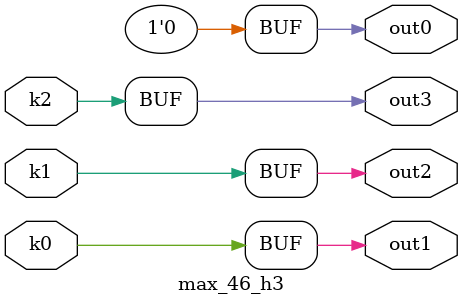
<source format=v>
module max_46(pi0, pi1, pi2, pi3, pi4, pi5, pi6, pi7, pi8, po0, po1, po2, po3);
input pi0, pi1, pi2, pi3, pi4, pi5, pi6, pi7, pi8;
output po0, po1, po2, po3;
wire k0, k1, k2;
max_46_w3 DUT1 (pi0, pi1, pi2, pi3, pi4, pi5, pi6, pi7, pi8, k0, k1, k2);
max_46_h3 DUT2 (k0, k1, k2, po0, po1, po2, po3);
endmodule

module max_46_w3(in8, in7, in6, in5, in4, in3, in2, in1, in0, k2, k1, k0);
input in8, in7, in6, in5, in4, in3, in2, in1, in0;
output k2, k1, k0;
assign k0 =   in0 ? ~in8 : ~in5;
assign k1 =   in0 ? ~in7 : ~in4;
assign k2 =   (((~in8 | (in5 & (in1 | in2))) & (in5 | in1 | in2)) | (~in6 & in3) | (~in7 & in4)) & (~in7 | in4 | (~in6 & in3)) & (~in6 | in3);
endmodule

module max_46_h3(k2, k1, k0, out3, out2, out1, out0);
input k2, k1, k0;
output out3, out2, out1, out0;
assign out0 = 0;
assign out1 = k0;
assign out2 = k1;
assign out3 = k2;
endmodule

</source>
